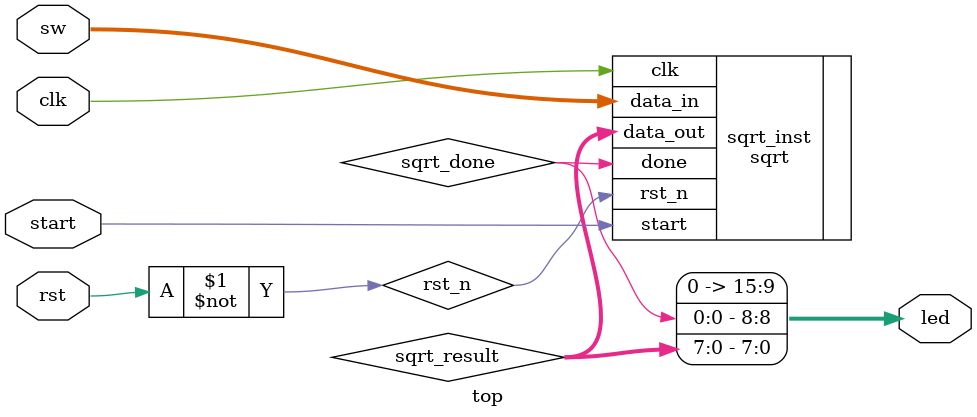
<source format=v>
/*
 * Module: top
 *
 * Description:
 *   A top-level wrapper for the 16-bit integer square root calculator (sqrt).
 *   This module connects the sqrt core to the top-level I/O of an FPGA,
 *   specifically targeting the LEDs on a board like the Basys 3. This ensures
 *   that the synthesis tool (e.g., Vivado) does not trim the logic away.
 *
 *   This is intended to be the top module for synthesis.
 *
 *   - sw[15:0] can be connected to the 16 switches.
 *   - led[7:0] will display the 8-bit result of the square root.
 *   - led[8] will light up when the calculation is done.
 *
 */
module top(
    input         clk,
    input         rst,
    input         start,
    input  [15:0] sw,
    output [15:0] led
);

    wire [7:0]  sqrt_result;
    wire        sqrt_done;
    wire        rst_n;

    // Invert the active-high reset from the button for the active-low reset of the core
    assign rst_n = ~rst;

    // Instantiate the sqrt module
    sqrt sqrt_inst (
        .clk(clk),
        .rst_n(rst_n),
        .start(start),
        .data_in(sw),
        .data_out(sqrt_result),
        .done(sqrt_done)
    );

    // Assign outputs to LEDs
    // Lower 8 LEDs show the square root result
    assign led[7:0]   = sqrt_result;
    // LED[8] shows the done signal
    assign led[8]     = sqrt_done;
    // The rest of the LEDs are off
    assign led[15:9]  = 7'h0;

endmodule 
</source>
